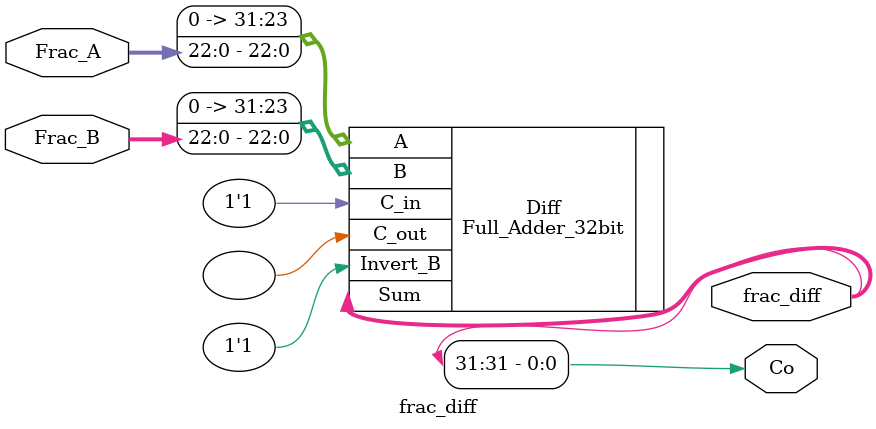
<source format=sv>
module frac_diff(
		input  logic [22:0] Frac_A, Frac_B, 
		output logic [31:0] frac_diff,
		output logic Co
);

Full_Adder_32bit   Diff (.A({9'b0, Frac_A}), .B({9'b0, Frac_B}), .Invert_B(1'b1), .C_in(1'b1), .Sum(frac_diff), .C_out() );

assign Co = frac_diff[31];

endmodule
	
</source>
